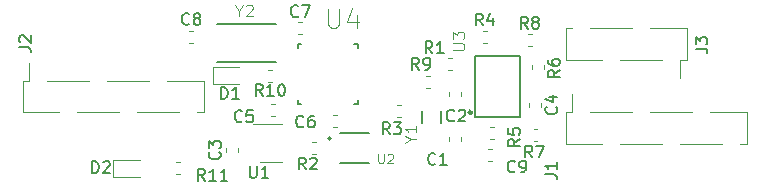
<source format=gbr>
G04 #@! TF.GenerationSoftware,KiCad,Pcbnew,(5.1.6-0-10_14)*
G04 #@! TF.CreationDate,2020-07-22T22:48:04-07:00*
G04 #@! TF.ProjectId,VineHoop_V1_2,56696e65-486f-46f7-905f-56315f322e6b,rev?*
G04 #@! TF.SameCoordinates,Original*
G04 #@! TF.FileFunction,Legend,Top*
G04 #@! TF.FilePolarity,Positive*
%FSLAX46Y46*%
G04 Gerber Fmt 4.6, Leading zero omitted, Abs format (unit mm)*
G04 Created by KiCad (PCBNEW (5.1.6-0-10_14)) date 2020-07-22 22:48:04*
%MOMM*%
%LPD*%
G01*
G04 APERTURE LIST*
%ADD10C,0.120000*%
%ADD11C,0.304800*%
%ADD12C,0.127000*%
%ADD13C,0.152400*%
%ADD14C,0.200000*%
%ADD15C,0.150000*%
%ADD16C,0.015000*%
G04 APERTURE END LIST*
D10*
X136697279Y-71336000D02*
X136371721Y-71336000D01*
X136697279Y-70316000D02*
X136371721Y-70316000D01*
X133324500Y-70131000D02*
X131039500Y-70131000D01*
X131039500Y-70131000D02*
X131039500Y-71601000D01*
X131039500Y-71601000D02*
X133324500Y-71601000D01*
X163103779Y-70233000D02*
X162778221Y-70233000D01*
X163103779Y-69213000D02*
X162778221Y-69213000D01*
X144134721Y-63502000D02*
X144460279Y-63502000D01*
X144134721Y-62482000D02*
X144460279Y-62482000D01*
X175008000Y-58991000D02*
X171448000Y-58991000D01*
X169928000Y-58991000D02*
X169358000Y-58991000D01*
X179638000Y-61651000D02*
X179068000Y-61651000D01*
X179068000Y-61651000D02*
X179068000Y-63171000D01*
X179638000Y-58991000D02*
X176528000Y-58991000D01*
X172468000Y-61651000D02*
X169358000Y-61651000D01*
X177548000Y-61651000D02*
X173988000Y-61651000D01*
X169358000Y-58991000D02*
X169358000Y-61651000D01*
X179638000Y-58991000D02*
X179638000Y-61651000D01*
X139459500Y-63727000D02*
X141744500Y-63727000D01*
X139459500Y-62257000D02*
X139459500Y-63727000D01*
X141744500Y-62257000D02*
X139459500Y-62257000D01*
X149997279Y-66292000D02*
X149671721Y-66292000D01*
X149997279Y-67312000D02*
X149671721Y-67312000D01*
D11*
X161384000Y-66105000D02*
G75*
G03*
X161384000Y-66105000I-100000J0D01*
G01*
D12*
X161684000Y-61305000D02*
X161684000Y-66505000D01*
X165484000Y-61305000D02*
X161684000Y-61305000D01*
X165484000Y-66505000D02*
X165484000Y-61305000D01*
X161684000Y-66505000D02*
X165484000Y-66505000D01*
D13*
X151765000Y-60325000D02*
X151460200Y-60325000D01*
X151765000Y-65405000D02*
X151765000Y-65100200D01*
X146685000Y-65405000D02*
X146989800Y-65405000D01*
X146685000Y-60325000D02*
X146685000Y-60629800D01*
X151765000Y-60629800D02*
X151765000Y-60325000D01*
X146989800Y-60325000D02*
X146685000Y-60325000D01*
X146685000Y-65100200D02*
X146685000Y-65405000D01*
X151460200Y-65405000D02*
X151765000Y-65405000D01*
D10*
X145322000Y-67065000D02*
X142872000Y-67065000D01*
X143522000Y-70285000D02*
X145322000Y-70285000D01*
X167539000Y-62432779D02*
X167539000Y-62107221D01*
X166519000Y-62432779D02*
X166519000Y-62107221D01*
X162930721Y-68328000D02*
X163256279Y-68328000D01*
X162930721Y-67308000D02*
X163256279Y-67308000D01*
X137479721Y-60200000D02*
X137805279Y-60200000D01*
X137479721Y-59180000D02*
X137805279Y-59180000D01*
X147000279Y-58418000D02*
X146674721Y-58418000D01*
X147000279Y-59438000D02*
X146674721Y-59438000D01*
X144777779Y-65403000D02*
X144452221Y-65403000D01*
X144777779Y-66423000D02*
X144452221Y-66423000D01*
X141630000Y-69472779D02*
X141630000Y-69147221D01*
X140610000Y-69472779D02*
X140610000Y-69147221D01*
X166260000Y-65303721D02*
X166260000Y-65629279D01*
X167280000Y-65303721D02*
X167280000Y-65629279D01*
X157545721Y-64010000D02*
X157871279Y-64010000D01*
X157545721Y-62990000D02*
X157871279Y-62990000D01*
X159700279Y-61466000D02*
X159374721Y-61466000D01*
X159700279Y-62486000D02*
X159374721Y-62486000D01*
X155399279Y-65490000D02*
X155073721Y-65490000D01*
X155399279Y-66510000D02*
X155073721Y-66510000D01*
X147893721Y-69598000D02*
X148219279Y-69598000D01*
X147893721Y-68578000D02*
X148219279Y-68578000D01*
X160514000Y-64742779D02*
X160514000Y-64417221D01*
X159494000Y-64742779D02*
X159494000Y-64417221D01*
X159494000Y-68227221D02*
X159494000Y-68552779D01*
X160514000Y-68227221D02*
X160514000Y-68552779D01*
X162371721Y-60200000D02*
X162697279Y-60200000D01*
X162371721Y-59180000D02*
X162697279Y-59180000D01*
X166148721Y-60510000D02*
X166474279Y-60510000D01*
X166148721Y-59490000D02*
X166474279Y-59490000D01*
X166648721Y-68510000D02*
X166974279Y-68510000D01*
X166648721Y-67490000D02*
X166974279Y-67490000D01*
D12*
X158824000Y-66985000D02*
X158824000Y-65985000D01*
X157224000Y-66985000D02*
X157224000Y-65985000D01*
X139850000Y-61854000D02*
X144850000Y-61854000D01*
X144850000Y-58654000D02*
X139850000Y-58654000D01*
D10*
X133094000Y-66100000D02*
X136654000Y-66100000D01*
X128014000Y-66100000D02*
X131574000Y-66100000D01*
X138174000Y-66100000D02*
X138744000Y-66100000D01*
X123384000Y-63440000D02*
X123954000Y-63440000D01*
X123954000Y-63440000D02*
X123954000Y-61920000D01*
X123384000Y-66100000D02*
X126494000Y-66100000D01*
X135634000Y-63440000D02*
X138744000Y-63440000D01*
X130554000Y-63440000D02*
X134114000Y-63440000D01*
X125474000Y-63440000D02*
X129034000Y-63440000D01*
X138744000Y-66100000D02*
X138744000Y-63440000D01*
X123384000Y-66100000D02*
X123384000Y-63440000D01*
D14*
X149496000Y-68315000D02*
G75*
G03*
X149496000Y-68315000I-120000J0D01*
G01*
D12*
X150226000Y-70365000D02*
X152726000Y-70365000D01*
X150226000Y-67865000D02*
X152726000Y-67865000D01*
D10*
X179068000Y-68763000D02*
X182628000Y-68763000D01*
X173988000Y-68763000D02*
X177548000Y-68763000D01*
X184148000Y-68763000D02*
X184718000Y-68763000D01*
X169358000Y-66103000D02*
X169928000Y-66103000D01*
X169928000Y-66103000D02*
X169928000Y-64583000D01*
X169358000Y-68763000D02*
X172468000Y-68763000D01*
X181608000Y-66103000D02*
X184718000Y-66103000D01*
X176528000Y-66103000D02*
X180088000Y-66103000D01*
X171448000Y-66103000D02*
X175008000Y-66103000D01*
X184718000Y-68763000D02*
X184718000Y-66103000D01*
X169358000Y-68763000D02*
X169358000Y-66103000D01*
D15*
X138803142Y-71889880D02*
X138469809Y-71413690D01*
X138231714Y-71889880D02*
X138231714Y-70889880D01*
X138612666Y-70889880D01*
X138707904Y-70937500D01*
X138755523Y-70985119D01*
X138803142Y-71080357D01*
X138803142Y-71223214D01*
X138755523Y-71318452D01*
X138707904Y-71366071D01*
X138612666Y-71413690D01*
X138231714Y-71413690D01*
X139755523Y-71889880D02*
X139184095Y-71889880D01*
X139469809Y-71889880D02*
X139469809Y-70889880D01*
X139374571Y-71032738D01*
X139279333Y-71127976D01*
X139184095Y-71175595D01*
X140707904Y-71889880D02*
X140136476Y-71889880D01*
X140422190Y-71889880D02*
X140422190Y-70889880D01*
X140326952Y-71032738D01*
X140231714Y-71127976D01*
X140136476Y-71175595D01*
X129246404Y-71254880D02*
X129246404Y-70254880D01*
X129484500Y-70254880D01*
X129627357Y-70302500D01*
X129722595Y-70397738D01*
X129770214Y-70492976D01*
X129817833Y-70683452D01*
X129817833Y-70826309D01*
X129770214Y-71016785D01*
X129722595Y-71112023D01*
X129627357Y-71207261D01*
X129484500Y-71254880D01*
X129246404Y-71254880D01*
X130198785Y-70350119D02*
X130246404Y-70302500D01*
X130341642Y-70254880D01*
X130579738Y-70254880D01*
X130674976Y-70302500D01*
X130722595Y-70350119D01*
X130770214Y-70445357D01*
X130770214Y-70540595D01*
X130722595Y-70683452D01*
X130151166Y-71254880D01*
X130770214Y-71254880D01*
X165060333Y-71096142D02*
X165012714Y-71143761D01*
X164869857Y-71191380D01*
X164774619Y-71191380D01*
X164631761Y-71143761D01*
X164536523Y-71048523D01*
X164488904Y-70953285D01*
X164441285Y-70762809D01*
X164441285Y-70619952D01*
X164488904Y-70429476D01*
X164536523Y-70334238D01*
X164631761Y-70239000D01*
X164774619Y-70191380D01*
X164869857Y-70191380D01*
X165012714Y-70239000D01*
X165060333Y-70286619D01*
X165536523Y-71191380D02*
X165727000Y-71191380D01*
X165822238Y-71143761D01*
X165869857Y-71096142D01*
X165965095Y-70953285D01*
X166012714Y-70762809D01*
X166012714Y-70381857D01*
X165965095Y-70286619D01*
X165917476Y-70239000D01*
X165822238Y-70191380D01*
X165631761Y-70191380D01*
X165536523Y-70239000D01*
X165488904Y-70286619D01*
X165441285Y-70381857D01*
X165441285Y-70619952D01*
X165488904Y-70715190D01*
X165536523Y-70762809D01*
X165631761Y-70810428D01*
X165822238Y-70810428D01*
X165917476Y-70762809D01*
X165965095Y-70715190D01*
X166012714Y-70619952D01*
X143692642Y-64714380D02*
X143359309Y-64238190D01*
X143121214Y-64714380D02*
X143121214Y-63714380D01*
X143502166Y-63714380D01*
X143597404Y-63762000D01*
X143645023Y-63809619D01*
X143692642Y-63904857D01*
X143692642Y-64047714D01*
X143645023Y-64142952D01*
X143597404Y-64190571D01*
X143502166Y-64238190D01*
X143121214Y-64238190D01*
X144645023Y-64714380D02*
X144073595Y-64714380D01*
X144359309Y-64714380D02*
X144359309Y-63714380D01*
X144264071Y-63857238D01*
X144168833Y-63952476D01*
X144073595Y-64000095D01*
X145264071Y-63714380D02*
X145359309Y-63714380D01*
X145454547Y-63762000D01*
X145502166Y-63809619D01*
X145549785Y-63904857D01*
X145597404Y-64095333D01*
X145597404Y-64333428D01*
X145549785Y-64523904D01*
X145502166Y-64619142D01*
X145454547Y-64666761D01*
X145359309Y-64714380D01*
X145264071Y-64714380D01*
X145168833Y-64666761D01*
X145121214Y-64619142D01*
X145073595Y-64523904D01*
X145025976Y-64333428D01*
X145025976Y-64095333D01*
X145073595Y-63904857D01*
X145121214Y-63809619D01*
X145168833Y-63762000D01*
X145264071Y-63714380D01*
X180363880Y-60721833D02*
X181078166Y-60721833D01*
X181221023Y-60769452D01*
X181316261Y-60864690D01*
X181363880Y-61007547D01*
X181363880Y-61102785D01*
X180363880Y-60340880D02*
X180363880Y-59721833D01*
X180744833Y-60055166D01*
X180744833Y-59912309D01*
X180792452Y-59817071D01*
X180840071Y-59769452D01*
X180935309Y-59721833D01*
X181173404Y-59721833D01*
X181268642Y-59769452D01*
X181316261Y-59817071D01*
X181363880Y-59912309D01*
X181363880Y-60198023D01*
X181316261Y-60293261D01*
X181268642Y-60340880D01*
X140168404Y-64968380D02*
X140168404Y-63968380D01*
X140406500Y-63968380D01*
X140549357Y-64016000D01*
X140644595Y-64111238D01*
X140692214Y-64206476D01*
X140739833Y-64396952D01*
X140739833Y-64539809D01*
X140692214Y-64730285D01*
X140644595Y-64825523D01*
X140549357Y-64920761D01*
X140406500Y-64968380D01*
X140168404Y-64968380D01*
X141692214Y-64968380D02*
X141120785Y-64968380D01*
X141406500Y-64968380D02*
X141406500Y-63968380D01*
X141311261Y-64111238D01*
X141216023Y-64206476D01*
X141120785Y-64254095D01*
X147153333Y-67286142D02*
X147105714Y-67333761D01*
X146962857Y-67381380D01*
X146867619Y-67381380D01*
X146724761Y-67333761D01*
X146629523Y-67238523D01*
X146581904Y-67143285D01*
X146534285Y-66952809D01*
X146534285Y-66809952D01*
X146581904Y-66619476D01*
X146629523Y-66524238D01*
X146724761Y-66429000D01*
X146867619Y-66381380D01*
X146962857Y-66381380D01*
X147105714Y-66429000D01*
X147153333Y-66476619D01*
X148010476Y-66381380D02*
X147820000Y-66381380D01*
X147724761Y-66429000D01*
X147677142Y-66476619D01*
X147581904Y-66619476D01*
X147534285Y-66809952D01*
X147534285Y-67190904D01*
X147581904Y-67286142D01*
X147629523Y-67333761D01*
X147724761Y-67381380D01*
X147915238Y-67381380D01*
X148010476Y-67333761D01*
X148058095Y-67286142D01*
X148105714Y-67190904D01*
X148105714Y-66952809D01*
X148058095Y-66857571D01*
X148010476Y-66809952D01*
X147915238Y-66762333D01*
X147724761Y-66762333D01*
X147629523Y-66809952D01*
X147581904Y-66857571D01*
X147534285Y-66952809D01*
D16*
X159789328Y-60833672D02*
X160599668Y-60833672D01*
X160695002Y-60786005D01*
X160742669Y-60738338D01*
X160790336Y-60643004D01*
X160790336Y-60452336D01*
X160742669Y-60357002D01*
X160695002Y-60309335D01*
X160599668Y-60261668D01*
X159789328Y-60261668D01*
X159789328Y-59880331D02*
X159789328Y-59260660D01*
X160170665Y-59594329D01*
X160170665Y-59451328D01*
X160218332Y-59355994D01*
X160265999Y-59308327D01*
X160361333Y-59260660D01*
X160599668Y-59260660D01*
X160695002Y-59308327D01*
X160742669Y-59355994D01*
X160790336Y-59451328D01*
X160790336Y-59737330D01*
X160742669Y-59832664D01*
X160695002Y-59880331D01*
X149243442Y-57329943D02*
X149243442Y-58659722D01*
X149321665Y-58816167D01*
X149399887Y-58894389D01*
X149556332Y-58972612D01*
X149869221Y-58972612D01*
X150025666Y-58894389D01*
X150103888Y-58816167D01*
X150182110Y-58659722D01*
X150182110Y-57329943D01*
X151668335Y-57877499D02*
X151668335Y-58972612D01*
X151277223Y-57251720D02*
X150886111Y-58425055D01*
X151903002Y-58425055D01*
D15*
X142621095Y-70635880D02*
X142621095Y-71445404D01*
X142668714Y-71540642D01*
X142716333Y-71588261D01*
X142811571Y-71635880D01*
X143002047Y-71635880D01*
X143097285Y-71588261D01*
X143144904Y-71540642D01*
X143192523Y-71445404D01*
X143192523Y-70635880D01*
X144192523Y-71635880D02*
X143621095Y-71635880D01*
X143906809Y-71635880D02*
X143906809Y-70635880D01*
X143811571Y-70778738D01*
X143716333Y-70873976D01*
X143621095Y-70921595D01*
X168854380Y-62523666D02*
X168378190Y-62857000D01*
X168854380Y-63095095D02*
X167854380Y-63095095D01*
X167854380Y-62714142D01*
X167902000Y-62618904D01*
X167949619Y-62571285D01*
X168044857Y-62523666D01*
X168187714Y-62523666D01*
X168282952Y-62571285D01*
X168330571Y-62618904D01*
X168378190Y-62714142D01*
X168378190Y-63095095D01*
X167854380Y-61666523D02*
X167854380Y-61857000D01*
X167902000Y-61952238D01*
X167949619Y-61999857D01*
X168092476Y-62095095D01*
X168282952Y-62142714D01*
X168663904Y-62142714D01*
X168759142Y-62095095D01*
X168806761Y-62047476D01*
X168854380Y-61952238D01*
X168854380Y-61761761D01*
X168806761Y-61666523D01*
X168759142Y-61618904D01*
X168663904Y-61571285D01*
X168425809Y-61571285D01*
X168330571Y-61618904D01*
X168282952Y-61666523D01*
X168235333Y-61761761D01*
X168235333Y-61952238D01*
X168282952Y-62047476D01*
X168330571Y-62095095D01*
X168425809Y-62142714D01*
X165488880Y-68365666D02*
X165012690Y-68699000D01*
X165488880Y-68937095D02*
X164488880Y-68937095D01*
X164488880Y-68556142D01*
X164536500Y-68460904D01*
X164584119Y-68413285D01*
X164679357Y-68365666D01*
X164822214Y-68365666D01*
X164917452Y-68413285D01*
X164965071Y-68460904D01*
X165012690Y-68556142D01*
X165012690Y-68937095D01*
X164488880Y-67460904D02*
X164488880Y-67937095D01*
X164965071Y-67984714D01*
X164917452Y-67937095D01*
X164869833Y-67841857D01*
X164869833Y-67603761D01*
X164917452Y-67508523D01*
X164965071Y-67460904D01*
X165060309Y-67413285D01*
X165298404Y-67413285D01*
X165393642Y-67460904D01*
X165441261Y-67508523D01*
X165488880Y-67603761D01*
X165488880Y-67841857D01*
X165441261Y-67937095D01*
X165393642Y-67984714D01*
X137475833Y-58617142D02*
X137428214Y-58664761D01*
X137285357Y-58712380D01*
X137190119Y-58712380D01*
X137047261Y-58664761D01*
X136952023Y-58569523D01*
X136904404Y-58474285D01*
X136856785Y-58283809D01*
X136856785Y-58140952D01*
X136904404Y-57950476D01*
X136952023Y-57855238D01*
X137047261Y-57760000D01*
X137190119Y-57712380D01*
X137285357Y-57712380D01*
X137428214Y-57760000D01*
X137475833Y-57807619D01*
X138047261Y-58140952D02*
X137952023Y-58093333D01*
X137904404Y-58045714D01*
X137856785Y-57950476D01*
X137856785Y-57902857D01*
X137904404Y-57807619D01*
X137952023Y-57760000D01*
X138047261Y-57712380D01*
X138237738Y-57712380D01*
X138332976Y-57760000D01*
X138380595Y-57807619D01*
X138428214Y-57902857D01*
X138428214Y-57950476D01*
X138380595Y-58045714D01*
X138332976Y-58093333D01*
X138237738Y-58140952D01*
X138047261Y-58140952D01*
X137952023Y-58188571D01*
X137904404Y-58236190D01*
X137856785Y-58331428D01*
X137856785Y-58521904D01*
X137904404Y-58617142D01*
X137952023Y-58664761D01*
X138047261Y-58712380D01*
X138237738Y-58712380D01*
X138332976Y-58664761D01*
X138380595Y-58617142D01*
X138428214Y-58521904D01*
X138428214Y-58331428D01*
X138380595Y-58236190D01*
X138332976Y-58188571D01*
X138237738Y-58140952D01*
X146708833Y-57951642D02*
X146661214Y-57999261D01*
X146518357Y-58046880D01*
X146423119Y-58046880D01*
X146280261Y-57999261D01*
X146185023Y-57904023D01*
X146137404Y-57808785D01*
X146089785Y-57618309D01*
X146089785Y-57475452D01*
X146137404Y-57284976D01*
X146185023Y-57189738D01*
X146280261Y-57094500D01*
X146423119Y-57046880D01*
X146518357Y-57046880D01*
X146661214Y-57094500D01*
X146708833Y-57142119D01*
X147042166Y-57046880D02*
X147708833Y-57046880D01*
X147280261Y-58046880D01*
X141948833Y-66833642D02*
X141901214Y-66881261D01*
X141758357Y-66928880D01*
X141663119Y-66928880D01*
X141520261Y-66881261D01*
X141425023Y-66786023D01*
X141377404Y-66690785D01*
X141329785Y-66500309D01*
X141329785Y-66357452D01*
X141377404Y-66166976D01*
X141425023Y-66071738D01*
X141520261Y-65976500D01*
X141663119Y-65928880D01*
X141758357Y-65928880D01*
X141901214Y-65976500D01*
X141948833Y-66024119D01*
X142853595Y-65928880D02*
X142377404Y-65928880D01*
X142329785Y-66405071D01*
X142377404Y-66357452D01*
X142472642Y-66309833D01*
X142710738Y-66309833D01*
X142805976Y-66357452D01*
X142853595Y-66405071D01*
X142901214Y-66500309D01*
X142901214Y-66738404D01*
X142853595Y-66833642D01*
X142805976Y-66881261D01*
X142710738Y-66928880D01*
X142472642Y-66928880D01*
X142377404Y-66881261D01*
X142329785Y-66833642D01*
X140047142Y-69476666D02*
X140094761Y-69524285D01*
X140142380Y-69667142D01*
X140142380Y-69762380D01*
X140094761Y-69905238D01*
X139999523Y-70000476D01*
X139904285Y-70048095D01*
X139713809Y-70095714D01*
X139570952Y-70095714D01*
X139380476Y-70048095D01*
X139285238Y-70000476D01*
X139190000Y-69905238D01*
X139142380Y-69762380D01*
X139142380Y-69667142D01*
X139190000Y-69524285D01*
X139237619Y-69476666D01*
X139142380Y-69143333D02*
X139142380Y-68524285D01*
X139523333Y-68857619D01*
X139523333Y-68714761D01*
X139570952Y-68619523D01*
X139618571Y-68571904D01*
X139713809Y-68524285D01*
X139951904Y-68524285D01*
X140047142Y-68571904D01*
X140094761Y-68619523D01*
X140142380Y-68714761D01*
X140142380Y-69000476D01*
X140094761Y-69095714D01*
X140047142Y-69143333D01*
X168557142Y-65633166D02*
X168604761Y-65680785D01*
X168652380Y-65823642D01*
X168652380Y-65918880D01*
X168604761Y-66061738D01*
X168509523Y-66156976D01*
X168414285Y-66204595D01*
X168223809Y-66252214D01*
X168080952Y-66252214D01*
X167890476Y-66204595D01*
X167795238Y-66156976D01*
X167700000Y-66061738D01*
X167652380Y-65918880D01*
X167652380Y-65823642D01*
X167700000Y-65680785D01*
X167747619Y-65633166D01*
X167985714Y-64776023D02*
X168652380Y-64776023D01*
X167604761Y-65014119D02*
X168319047Y-65252214D01*
X168319047Y-64633166D01*
X156932333Y-62491880D02*
X156599000Y-62015690D01*
X156360904Y-62491880D02*
X156360904Y-61491880D01*
X156741857Y-61491880D01*
X156837095Y-61539500D01*
X156884714Y-61587119D01*
X156932333Y-61682357D01*
X156932333Y-61825214D01*
X156884714Y-61920452D01*
X156837095Y-61968071D01*
X156741857Y-62015690D01*
X156360904Y-62015690D01*
X157408523Y-62491880D02*
X157599000Y-62491880D01*
X157694238Y-62444261D01*
X157741857Y-62396642D01*
X157837095Y-62253785D01*
X157884714Y-62063309D01*
X157884714Y-61682357D01*
X157837095Y-61587119D01*
X157789476Y-61539500D01*
X157694238Y-61491880D01*
X157503761Y-61491880D01*
X157408523Y-61539500D01*
X157360904Y-61587119D01*
X157313285Y-61682357D01*
X157313285Y-61920452D01*
X157360904Y-62015690D01*
X157408523Y-62063309D01*
X157503761Y-62110928D01*
X157694238Y-62110928D01*
X157789476Y-62063309D01*
X157837095Y-62015690D01*
X157884714Y-61920452D01*
X158075333Y-61094880D02*
X157742000Y-60618690D01*
X157503904Y-61094880D02*
X157503904Y-60094880D01*
X157884857Y-60094880D01*
X157980095Y-60142500D01*
X158027714Y-60190119D01*
X158075333Y-60285357D01*
X158075333Y-60428214D01*
X158027714Y-60523452D01*
X157980095Y-60571071D01*
X157884857Y-60618690D01*
X157503904Y-60618690D01*
X159027714Y-61094880D02*
X158456285Y-61094880D01*
X158742000Y-61094880D02*
X158742000Y-60094880D01*
X158646761Y-60237738D01*
X158551523Y-60332976D01*
X158456285Y-60380595D01*
X154455833Y-67952880D02*
X154122500Y-67476690D01*
X153884404Y-67952880D02*
X153884404Y-66952880D01*
X154265357Y-66952880D01*
X154360595Y-67000500D01*
X154408214Y-67048119D01*
X154455833Y-67143357D01*
X154455833Y-67286214D01*
X154408214Y-67381452D01*
X154360595Y-67429071D01*
X154265357Y-67476690D01*
X153884404Y-67476690D01*
X154789166Y-66952880D02*
X155408214Y-66952880D01*
X155074880Y-67333833D01*
X155217738Y-67333833D01*
X155312976Y-67381452D01*
X155360595Y-67429071D01*
X155408214Y-67524309D01*
X155408214Y-67762404D01*
X155360595Y-67857642D01*
X155312976Y-67905261D01*
X155217738Y-67952880D01*
X154932023Y-67952880D01*
X154836785Y-67905261D01*
X154789166Y-67857642D01*
X147343833Y-70937380D02*
X147010500Y-70461190D01*
X146772404Y-70937380D02*
X146772404Y-69937380D01*
X147153357Y-69937380D01*
X147248595Y-69985000D01*
X147296214Y-70032619D01*
X147343833Y-70127857D01*
X147343833Y-70270714D01*
X147296214Y-70365952D01*
X147248595Y-70413571D01*
X147153357Y-70461190D01*
X146772404Y-70461190D01*
X147724785Y-70032619D02*
X147772404Y-69985000D01*
X147867642Y-69937380D01*
X148105738Y-69937380D01*
X148200976Y-69985000D01*
X148248595Y-70032619D01*
X148296214Y-70127857D01*
X148296214Y-70223095D01*
X148248595Y-70365952D01*
X147677166Y-70937380D01*
X148296214Y-70937380D01*
X159916833Y-66778142D02*
X159869214Y-66825761D01*
X159726357Y-66873380D01*
X159631119Y-66873380D01*
X159488261Y-66825761D01*
X159393023Y-66730523D01*
X159345404Y-66635285D01*
X159297785Y-66444809D01*
X159297785Y-66301952D01*
X159345404Y-66111476D01*
X159393023Y-66016238D01*
X159488261Y-65921000D01*
X159631119Y-65873380D01*
X159726357Y-65873380D01*
X159869214Y-65921000D01*
X159916833Y-65968619D01*
X160297785Y-65968619D02*
X160345404Y-65921000D01*
X160440642Y-65873380D01*
X160678738Y-65873380D01*
X160773976Y-65921000D01*
X160821595Y-65968619D01*
X160869214Y-66063857D01*
X160869214Y-66159095D01*
X160821595Y-66301952D01*
X160250166Y-66873380D01*
X160869214Y-66873380D01*
X158329333Y-70461142D02*
X158281714Y-70508761D01*
X158138857Y-70556380D01*
X158043619Y-70556380D01*
X157900761Y-70508761D01*
X157805523Y-70413523D01*
X157757904Y-70318285D01*
X157710285Y-70127809D01*
X157710285Y-69984952D01*
X157757904Y-69794476D01*
X157805523Y-69699238D01*
X157900761Y-69604000D01*
X158043619Y-69556380D01*
X158138857Y-69556380D01*
X158281714Y-69604000D01*
X158329333Y-69651619D01*
X159281714Y-70556380D02*
X158710285Y-70556380D01*
X158996000Y-70556380D02*
X158996000Y-69556380D01*
X158900761Y-69699238D01*
X158805523Y-69794476D01*
X158710285Y-69842095D01*
X162329833Y-58745380D02*
X161996500Y-58269190D01*
X161758404Y-58745380D02*
X161758404Y-57745380D01*
X162139357Y-57745380D01*
X162234595Y-57793000D01*
X162282214Y-57840619D01*
X162329833Y-57935857D01*
X162329833Y-58078714D01*
X162282214Y-58173952D01*
X162234595Y-58221571D01*
X162139357Y-58269190D01*
X161758404Y-58269190D01*
X163186976Y-58078714D02*
X163186976Y-58745380D01*
X162948880Y-57697761D02*
X162710785Y-58412047D01*
X163329833Y-58412047D01*
X166144833Y-59022380D02*
X165811500Y-58546190D01*
X165573404Y-59022380D02*
X165573404Y-58022380D01*
X165954357Y-58022380D01*
X166049595Y-58070000D01*
X166097214Y-58117619D01*
X166144833Y-58212857D01*
X166144833Y-58355714D01*
X166097214Y-58450952D01*
X166049595Y-58498571D01*
X165954357Y-58546190D01*
X165573404Y-58546190D01*
X166716261Y-58450952D02*
X166621023Y-58403333D01*
X166573404Y-58355714D01*
X166525785Y-58260476D01*
X166525785Y-58212857D01*
X166573404Y-58117619D01*
X166621023Y-58070000D01*
X166716261Y-58022380D01*
X166906738Y-58022380D01*
X167001976Y-58070000D01*
X167049595Y-58117619D01*
X167097214Y-58212857D01*
X167097214Y-58260476D01*
X167049595Y-58355714D01*
X167001976Y-58403333D01*
X166906738Y-58450952D01*
X166716261Y-58450952D01*
X166621023Y-58498571D01*
X166573404Y-58546190D01*
X166525785Y-58641428D01*
X166525785Y-58831904D01*
X166573404Y-58927142D01*
X166621023Y-58974761D01*
X166716261Y-59022380D01*
X166906738Y-59022380D01*
X167001976Y-58974761D01*
X167049595Y-58927142D01*
X167097214Y-58831904D01*
X167097214Y-58641428D01*
X167049595Y-58546190D01*
X167001976Y-58498571D01*
X166906738Y-58450952D01*
X166520833Y-69921380D02*
X166187500Y-69445190D01*
X165949404Y-69921380D02*
X165949404Y-68921380D01*
X166330357Y-68921380D01*
X166425595Y-68969000D01*
X166473214Y-69016619D01*
X166520833Y-69111857D01*
X166520833Y-69254714D01*
X166473214Y-69349952D01*
X166425595Y-69397571D01*
X166330357Y-69445190D01*
X165949404Y-69445190D01*
X166854166Y-68921380D02*
X167520833Y-68921380D01*
X167092261Y-69921380D01*
D16*
X156251057Y-68393845D02*
X156699902Y-68393845D01*
X155757327Y-68708036D02*
X156251057Y-68393845D01*
X155757327Y-68079653D01*
X156699902Y-67271732D02*
X156699902Y-67810346D01*
X156699902Y-67541039D02*
X155757327Y-67541039D01*
X155891981Y-67630808D01*
X155981750Y-67720577D01*
X156026635Y-67810346D01*
X141700309Y-57507190D02*
X141700309Y-57983380D01*
X141366976Y-56983380D02*
X141700309Y-57507190D01*
X142033642Y-56983380D01*
X142319357Y-57078619D02*
X142366976Y-57031000D01*
X142462214Y-56983380D01*
X142700309Y-56983380D01*
X142795547Y-57031000D01*
X142843166Y-57078619D01*
X142890785Y-57173857D01*
X142890785Y-57269095D01*
X142843166Y-57411952D01*
X142271738Y-57983380D01*
X142890785Y-57983380D01*
D15*
X123086880Y-60594833D02*
X123801166Y-60594833D01*
X123944023Y-60642452D01*
X124039261Y-60737690D01*
X124086880Y-60880547D01*
X124086880Y-60975785D01*
X123182119Y-60166261D02*
X123134500Y-60118642D01*
X123086880Y-60023404D01*
X123086880Y-59785309D01*
X123134500Y-59690071D01*
X123182119Y-59642452D01*
X123277357Y-59594833D01*
X123372595Y-59594833D01*
X123515452Y-59642452D01*
X124086880Y-60213880D01*
X124086880Y-59594833D01*
D16*
X153504292Y-69601913D02*
X153504292Y-70250259D01*
X153542430Y-70326535D01*
X153580568Y-70364673D01*
X153656844Y-70402811D01*
X153809396Y-70402811D01*
X153885672Y-70364673D01*
X153923810Y-70326535D01*
X153961948Y-70250259D01*
X153961948Y-69601913D01*
X154305190Y-69678189D02*
X154343328Y-69640051D01*
X154419604Y-69601913D01*
X154610294Y-69601913D01*
X154686570Y-69640051D01*
X154724708Y-69678189D01*
X154762846Y-69754465D01*
X154762846Y-69830741D01*
X154724708Y-69945155D01*
X154267052Y-70402811D01*
X154762846Y-70402811D01*
D15*
X167600380Y-71326333D02*
X168314666Y-71326333D01*
X168457523Y-71373952D01*
X168552761Y-71469190D01*
X168600380Y-71612047D01*
X168600380Y-71707285D01*
X168600380Y-70326333D02*
X168600380Y-70897761D01*
X168600380Y-70612047D02*
X167600380Y-70612047D01*
X167743238Y-70707285D01*
X167838476Y-70802523D01*
X167886095Y-70897761D01*
M02*

</source>
